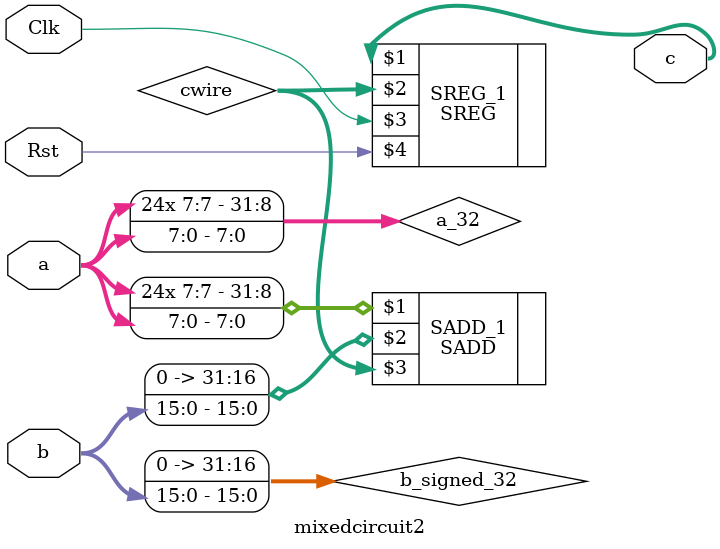
<source format=v>
`timescale 1ns/1ns

module mixedcircuit2(a, b, c, Clk, Rst);

    input Clk, Rst;
    input signed [7:0] a;
    input [15:0] b;
    
    output signed [31:0] c;
    
    wire signed [31:0] cwire;
    wire signed [31:0] a_32;
    wire signed [31:0] b_signed_32;
    
    assign a_32 = {{24{a[7]}}, a};
    assign b_signed_32 = $signed({{16{1'b0}}, b});
    
    SADD #(.DATAWIDTH(32)) SADD_1(a_32, b_signed_32, cwire);
    SREG #(.DATAWIDTH(32)) SREG_1(c, cwire, Clk, Rst);
    
endmodule

</source>
